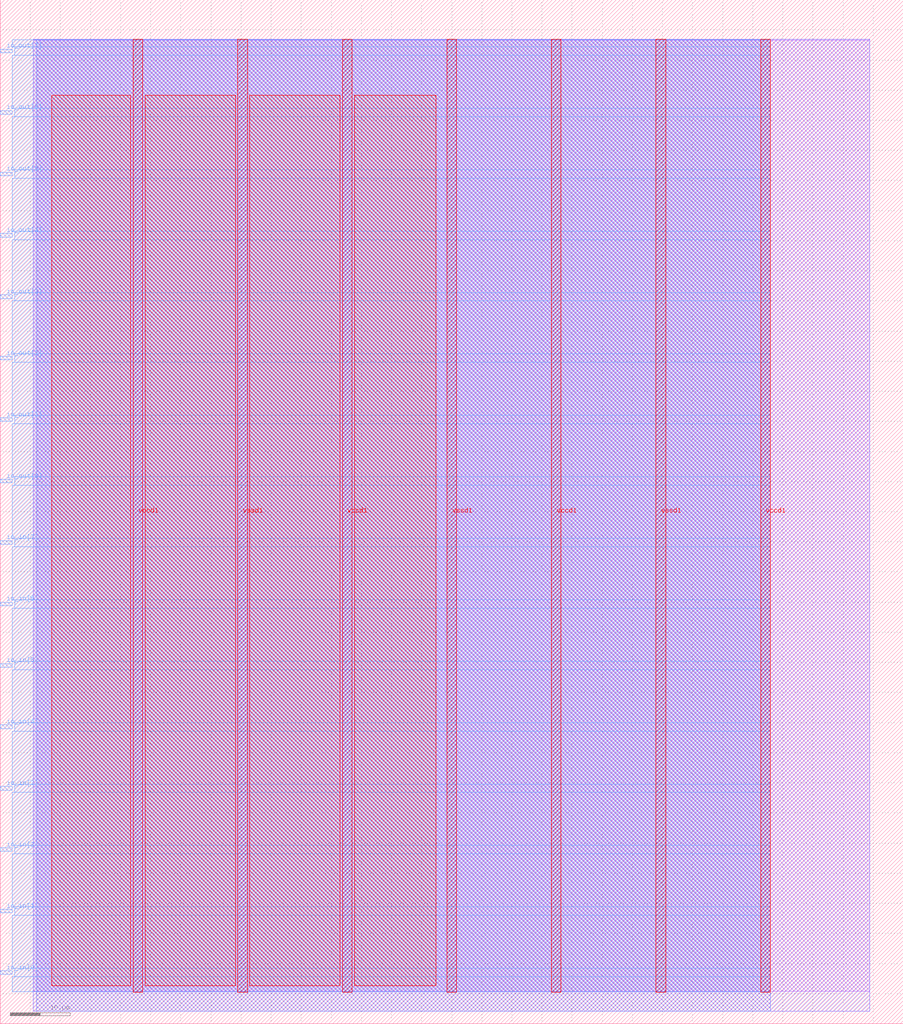
<source format=lef>
VERSION 5.7 ;
  NOWIREEXTENSIONATPIN ON ;
  DIVIDERCHAR "/" ;
  BUSBITCHARS "[]" ;
MACRO yupferris_bitslam
  CLASS BLOCK ;
  FOREIGN yupferris_bitslam ;
  ORIGIN 0.000 0.000 ;
  SIZE 150.000 BY 170.000 ;
  PIN io_in[0]
    DIRECTION INPUT ;
    USE SIGNAL ;
    PORT
      LAYER met3 ;
        RECT 0.000 8.200 2.000 8.800 ;
    END
  END io_in[0]
  PIN io_in[1]
    DIRECTION INPUT ;
    USE SIGNAL ;
    PORT
      LAYER met3 ;
        RECT 0.000 18.400 2.000 19.000 ;
    END
  END io_in[1]
  PIN io_in[2]
    DIRECTION INPUT ;
    USE SIGNAL ;
    PORT
      LAYER met3 ;
        RECT 0.000 28.600 2.000 29.200 ;
    END
  END io_in[2]
  PIN io_in[3]
    DIRECTION INPUT ;
    USE SIGNAL ;
    PORT
      LAYER met3 ;
        RECT 0.000 38.800 2.000 39.400 ;
    END
  END io_in[3]
  PIN io_in[4]
    DIRECTION INPUT ;
    USE SIGNAL ;
    PORT
      LAYER met3 ;
        RECT 0.000 49.000 2.000 49.600 ;
    END
  END io_in[4]
  PIN io_in[5]
    DIRECTION INPUT ;
    USE SIGNAL ;
    PORT
      LAYER met3 ;
        RECT 0.000 59.200 2.000 59.800 ;
    END
  END io_in[5]
  PIN io_in[6]
    DIRECTION INPUT ;
    USE SIGNAL ;
    PORT
      LAYER met3 ;
        RECT 0.000 69.400 2.000 70.000 ;
    END
  END io_in[6]
  PIN io_in[7]
    DIRECTION INPUT ;
    USE SIGNAL ;
    PORT
      LAYER met3 ;
        RECT 0.000 79.600 2.000 80.200 ;
    END
  END io_in[7]
  PIN io_out[0]
    DIRECTION OUTPUT TRISTATE ;
    USE SIGNAL ;
    PORT
      LAYER met3 ;
        RECT 0.000 89.800 2.000 90.400 ;
    END
  END io_out[0]
  PIN io_out[1]
    DIRECTION OUTPUT TRISTATE ;
    USE SIGNAL ;
    PORT
      LAYER met3 ;
        RECT 0.000 100.000 2.000 100.600 ;
    END
  END io_out[1]
  PIN io_out[2]
    DIRECTION OUTPUT TRISTATE ;
    USE SIGNAL ;
    PORT
      LAYER met3 ;
        RECT 0.000 110.200 2.000 110.800 ;
    END
  END io_out[2]
  PIN io_out[3]
    DIRECTION OUTPUT TRISTATE ;
    USE SIGNAL ;
    PORT
      LAYER met3 ;
        RECT 0.000 120.400 2.000 121.000 ;
    END
  END io_out[3]
  PIN io_out[4]
    DIRECTION OUTPUT TRISTATE ;
    USE SIGNAL ;
    PORT
      LAYER met3 ;
        RECT 0.000 130.600 2.000 131.200 ;
    END
  END io_out[4]
  PIN io_out[5]
    DIRECTION OUTPUT TRISTATE ;
    USE SIGNAL ;
    PORT
      LAYER met3 ;
        RECT 0.000 140.800 2.000 141.400 ;
    END
  END io_out[5]
  PIN io_out[6]
    DIRECTION OUTPUT TRISTATE ;
    USE SIGNAL ;
    PORT
      LAYER met3 ;
        RECT 0.000 151.000 2.000 151.600 ;
    END
  END io_out[6]
  PIN io_out[7]
    DIRECTION OUTPUT TRISTATE ;
    USE SIGNAL ;
    PORT
      LAYER met3 ;
        RECT 0.000 161.200 2.000 161.800 ;
    END
  END io_out[7]
  PIN vccd1
    DIRECTION INOUT ;
    USE POWER ;
    PORT
      LAYER met4 ;
        RECT 22.090 5.200 23.690 163.440 ;
    END
    PORT
      LAYER met4 ;
        RECT 56.830 5.200 58.430 163.440 ;
    END
    PORT
      LAYER met4 ;
        RECT 91.570 5.200 93.170 163.440 ;
    END
    PORT
      LAYER met4 ;
        RECT 126.310 5.200 127.910 163.440 ;
    END
  END vccd1
  PIN vssd1
    DIRECTION INOUT ;
    USE GROUND ;
    PORT
      LAYER met4 ;
        RECT 39.460 5.200 41.060 163.440 ;
    END
    PORT
      LAYER met4 ;
        RECT 74.200 5.200 75.800 163.440 ;
    END
    PORT
      LAYER met4 ;
        RECT 108.940 5.200 110.540 163.440 ;
    END
  END vssd1
  OBS
      LAYER li1 ;
        RECT 5.520 5.355 144.440 163.285 ;
      LAYER met1 ;
        RECT 5.520 2.080 144.440 163.440 ;
      LAYER met2 ;
        RECT 6.080 2.050 127.880 163.385 ;
      LAYER met3 ;
        RECT 2.000 162.200 127.900 163.365 ;
        RECT 2.400 160.800 127.900 162.200 ;
        RECT 2.000 152.000 127.900 160.800 ;
        RECT 2.400 150.600 127.900 152.000 ;
        RECT 2.000 141.800 127.900 150.600 ;
        RECT 2.400 140.400 127.900 141.800 ;
        RECT 2.000 131.600 127.900 140.400 ;
        RECT 2.400 130.200 127.900 131.600 ;
        RECT 2.000 121.400 127.900 130.200 ;
        RECT 2.400 120.000 127.900 121.400 ;
        RECT 2.000 111.200 127.900 120.000 ;
        RECT 2.400 109.800 127.900 111.200 ;
        RECT 2.000 101.000 127.900 109.800 ;
        RECT 2.400 99.600 127.900 101.000 ;
        RECT 2.000 90.800 127.900 99.600 ;
        RECT 2.400 89.400 127.900 90.800 ;
        RECT 2.000 80.600 127.900 89.400 ;
        RECT 2.400 79.200 127.900 80.600 ;
        RECT 2.000 70.400 127.900 79.200 ;
        RECT 2.400 69.000 127.900 70.400 ;
        RECT 2.000 60.200 127.900 69.000 ;
        RECT 2.400 58.800 127.900 60.200 ;
        RECT 2.000 50.000 127.900 58.800 ;
        RECT 2.400 48.600 127.900 50.000 ;
        RECT 2.000 39.800 127.900 48.600 ;
        RECT 2.400 38.400 127.900 39.800 ;
        RECT 2.000 29.600 127.900 38.400 ;
        RECT 2.400 28.200 127.900 29.600 ;
        RECT 2.000 19.400 127.900 28.200 ;
        RECT 2.400 18.000 127.900 19.400 ;
        RECT 2.000 9.200 127.900 18.000 ;
        RECT 2.400 7.800 127.900 9.200 ;
        RECT 2.000 5.275 127.900 7.800 ;
      LAYER met4 ;
        RECT 8.575 6.295 21.690 154.185 ;
        RECT 24.090 6.295 39.060 154.185 ;
        RECT 41.460 6.295 56.430 154.185 ;
        RECT 58.830 6.295 72.385 154.185 ;
  END
END yupferris_bitslam
END LIBRARY


</source>
